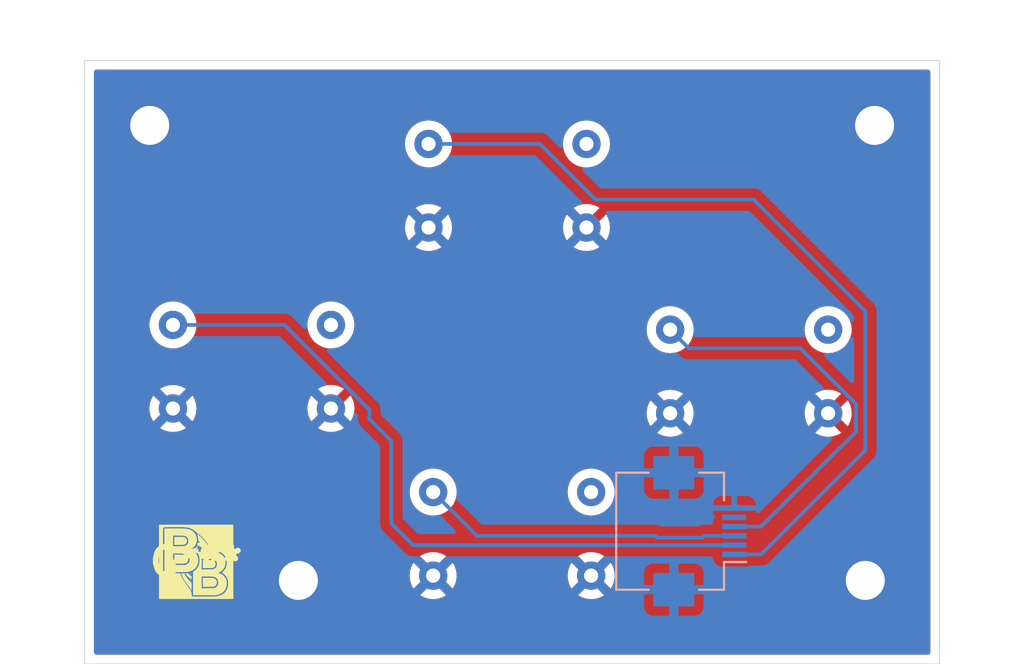
<source format=kicad_pcb>
(kicad_pcb (version 20240108) (generator "pcbnew") (generator_version "8.0")
  (layers (0 "F.Cu" signal) (31 "B.Cu" signal) (34 "B.Paste" user) (35 "F.Paste" user) (36 "B.SilkS" user "B.Silkscreen") (37 "F.SilkS" user "F.Silkscreen") (38 "B.Mask" user) (39 "F.Mask" user) (44 "Edge.Cuts" user))
  (net 0 "")
  (net 1 "GND")
  (net 2 "/A")
  (net 3 "/B")
  (net 4 "/X")
  (net 5 "/Y")
  (footprint "SophLibraryv2:SKEYAJA010" (layer "F.Cu") (at 122.25 72.244)
    (property "Reference" "J2" (hide yes))
    (property "Value" "SKEYAJA010")
    (pad "1" thru_hole circle (at -4.5 7.5) (size 1.524 1.524) (drill 0.762) (layers "*.Cu" "*.Mask") (net 3 "/B"))
    (pad "2" thru_hole circle (at 4 7.5) (size 1.524 1.524) (drill 0.762) (layers "*.Cu" "*.Mask") (net 3 "/B"))
    (pad "3" thru_hole circle (at -4.5 12) (size 1.524 1.524) (drill 0.762) (layers "*.Cu" "*.Mask") (net 1 "GND"))
    (pad "4" thru_hole circle (at 4 12) (size 1.524 1.524) (drill 0.762) (layers "*.Cu" "*.Mask") (net 1 "GND"))
  )
  (footprint "MountingHole:MountingHole_2.1mm" (layer "F.Cu") (at 155.5 69)
    (property "Reference" "REF**" (hide yes))
    (property "Value" "MountingHole_2.1mm")
    (pad "" np_thru_hole circle (at 0 0) (size 2.1 2.1) (drill 2.1) (layers "*.Cu" "*.Mask"))
  )
  (footprint "SophLibraryv2:SKEYAJA010" (layer "F.Cu") (at 136.25 81.244)
    (property "Reference" "J3" (hide yes))
    (property "Value" "SKEYAJA010")
    (pad "1" thru_hole circle (at -4.5 7.5) (size 1.524 1.524) (drill 0.762) (layers "*.Cu" "*.Mask") (net 4 "/X"))
    (pad "2" thru_hole circle (at 4 7.5) (size 1.524 1.524) (drill 0.762) (layers "*.Cu" "*.Mask") (net 4 "/X"))
    (pad "3" thru_hole circle (at -4.5 12) (size 1.524 1.524) (drill 0.762) (layers "*.Cu" "*.Mask") (net 1 "GND"))
    (pad "4" thru_hole circle (at 4 12) (size 1.524 1.524) (drill 0.762) (layers "*.Cu" "*.Mask") (net 1 "GND"))
  )
  (footprint "SophLibraryv2:SKEYAJA010" (layer "F.Cu") (at 149 72.5)
    (property "Reference" "J4" (hide yes))
    (property "Value" "SKEYAJA010")
    (pad "1" thru_hole circle (at -4.5 7.5) (size 1.524 1.524) (drill 0.762) (layers "*.Cu" "*.Mask") (net 5 "/Y"))
    (pad "2" thru_hole circle (at 4 7.5) (size 1.524 1.524) (drill 0.762) (layers "*.Cu" "*.Mask") (net 5 "/Y"))
    (pad "3" thru_hole circle (at -4.5 12) (size 1.524 1.524) (drill 0.762) (layers "*.Cu" "*.Mask") (net 1 "GND"))
    (pad "4" thru_hole circle (at 4 12) (size 1.524 1.524) (drill 0.762) (layers "*.Cu" "*.Mask") (net 1 "GND"))
  )
  (footprint "SophLibraryv2:bb" (layer "F.Cu") (at 119 92.5)
    (property "Reference" "G***" (at 0 0 0) (layer "F.SilkS") (effects (font (size 1.5 1.5) (thickness 0.3))))
    (property "Value" "LOGO" (hide yes))
    (fp_poly (pts (xy -0.33 0.655) (xy -0.335 0.66) (xy -0.34 0.655) (xy -0.335 0.65)) (fill solid) (layer "F.SilkS"))
    (fp_poly (pts (xy -0.27 1.035) (xy -0.275 1.04) (xy -0.28 1.035) (xy -0.275 1.03)) (fill solid) (layer "F.SilkS"))
    (fp_poly (pts (xy -0.25 1.015) (xy -0.255 1.02) (xy -0.26 1.015) (xy -0.255 1.01)) (fill solid) (layer "F.SilkS"))
    (fp_poly (pts (xy -0.25 1.045) (xy -0.255 1.05) (xy -0.26 1.045) (xy -0.255 1.04)) (fill solid) (layer "F.SilkS"))
    (fp_poly (pts (xy -0.24 0.565) (xy -0.245 0.57) (xy -0.25 0.565) (xy -0.245 0.56)) (fill solid) (layer "F.SilkS"))
    (fp_poly (pts (xy -0.01 -0.785) (xy -0.015 -0.78) (xy -0.02 -0.785) (xy -0.015 -0.79)) (fill solid) (layer "F.SilkS"))
    (fp_poly (pts (xy 0.11 -0.785) (xy 0.105 -0.78) (xy 0.1 -0.785) (xy 0.105 -0.79)) (fill solid) (layer "F.SilkS"))
    (fp_poly (pts (xy 0.15 -0.755) (xy 0.145 -0.75) (xy 0.14 -0.755) (xy 0.145 -0.76)) (fill solid) (layer "F.SilkS"))
    (fp_poly (pts (xy 0.3 -0.695) (xy 0.295 -0.69) (xy 0.29 -0.695) (xy 0.295 -0.7)) (fill solid) (layer "F.SilkS"))
    (fp_poly (pts (xy -0.343334 0.603333) (xy -0.344707 0.609278) (xy -0.35 0.61) (xy -0.358232 0.606341) (xy -0.356667 0.603333) (xy -0.3448 0.602136)) (fill solid) (layer "F.SilkS"))
    (fp_poly (pts (xy 0.106666 -1.086667) (xy 0.107863 -1.0748) (xy 0.106666 -1.073334) (xy 0.100721 -1.074707) (xy 0.1 -1.08) (xy 0.103658 -1.088232)) (fill solid) (layer "F.SilkS"))
    (fp_poly (pts (xy 0.176666 -0.736667) (xy 0.175293 -0.730722) (xy 0.17 -0.73) (xy 0.161768 -0.733659) (xy 0.163333 -0.736667) (xy 0.1752 -0.737864)) (fill solid) (layer "F.SilkS"))
    (fp_poly (pts (xy 0.206666 -0.766667) (xy 0.205293 -0.760722) (xy 0.2 -0.76) (xy 0.191768 -0.763659) (xy 0.193333 -0.766667) (xy 0.2052 -0.767864)) (fill solid) (layer "F.SilkS"))
    (fp_poly (pts (xy 0.277291 -0.686042) (xy 0.274309 -0.681497) (xy 0.264166 -0.68079) (xy 0.253496 -0.683232) (xy 0.258125 -0.686832) (xy 0.273753 -0.688024)) (fill solid) (layer "F.SilkS"))
    (fp_poly (pts (xy -0.421546 0.874045) (xy -0.41081 0.884114) (xy -0.413012 0.889902) (xy -0.41441 0.89) (xy -0.422868 0.882897) (xy -0.425955 0.878454) (xy -0.427134 0.871611)) (fill solid) (layer "F.SilkS"))
    (fp_poly (pts (xy -0.251467 0.697273) (xy -0.25 0.704409) (xy -0.253296 0.718858) (xy -0.261955 0.714526) (xy -0.264573 0.71069) (xy -0.263319 0.697847) (xy -0.260164 0.6951)) (fill solid) (layer "F.SilkS"))
    (fp_poly (pts (xy 0.146947 -0.714687) (xy 0.14124 -0.707334) (xy 0.132832 -0.701014) (xy 0.134931 -0.711035) (xy 0.135642 -0.712932) (xy 0.143564 -0.725177) (xy 0.148068 -0.725265)) (fill solid) (layer "F.SilkS"))
    (fp_poly (pts (xy -0.38 0.905) (xy -0.370461 0.913986) (xy -0.37 0.91559) (xy -0.377737 0.919885) (xy -0.38 0.92) (xy -0.389616 0.912312) (xy -0.39 0.909409) (xy -0.383874 0.903437)) (fill solid) (layer "F.SilkS"))
    (fp_poly (pts (xy -0.304394 0.965945) (xy -0.31 0.975) (xy -0.321834 0.987418) (xy -0.325911 0.99) (xy -0.32601 0.982429) (xy -0.323617 0.975) (xy -0.313125 0.961751) (xy -0.307706 0.96)) (fill solid) (layer "F.SilkS"))
    (fp_poly (pts (xy -0.273931 0.636245) (xy -0.285 0.65) (xy -0.300028 0.664789) (xy -0.3081 0.67) (xy -0.30607 0.663754) (xy -0.295 0.65) (xy -0.279973 0.63521) (xy -0.271901 0.63)) (fill solid) (layer "F.SilkS"))
    (fp_poly (pts (xy -0.255062 0.986108) (xy -0.265 1) (xy -0.281267 1.01489) (xy -0.291453 1.02) (xy -0.292139 1.013721) (xy -0.28268 1) (xy -0.266594 0.98495) (xy -0.256228 0.98)) (fill solid) (layer "F.SilkS"))
    (fp_poly (pts (xy 0.086862 -0.763541) (xy 0.085 -0.76) (xy 0.075577 -0.75045) (xy 0.073819 -0.75) (xy 0.073137 -0.75646) (xy 0.075 -0.76) (xy 0.084422 -0.769551) (xy 0.08618 -0.77)) (fill solid) (layer "F.SilkS"))
    (fp_poly (pts (xy 0.126861 -0.734746) (xy 0.121275 -0.7275) (xy 0.106679 -0.711954) (xy 0.100164 -0.712021) (xy 0.1 -0.713776) (xy 0.106833 -0.722123) (xy 0.1175 -0.731276) (xy 0.129344 -0.739925)) (fill solid) (layer "F.SilkS"))
    (fp_poly (pts (xy 0.166862 -0.703541) (xy 0.165 -0.7) (xy 0.155577 -0.69045) (xy 0.153819 -0.69) (xy 0.153137 -0.69646) (xy 0.155 -0.7) (xy 0.164422 -0.709551) (xy 0.16618 -0.71)) (fill solid) (layer "F.SilkS"))
    (fp_poly (pts (xy 0.215778 -0.692164) (xy 0.222004 -0.686089) (xy 0.210575 -0.683553) (xy 0.2 -0.683334) (xy 0.180602 -0.684629) (xy 0.179519 -0.689096) (xy 0.184221 -0.692164) (xy 0.20701 -0.695314)) (fill solid) (layer "F.SilkS"))
    (fp_poly (pts (xy 0.12547 -0.761926) (xy 0.100473 -0.735852) (xy 0.086874 -0.723155) (xy 0.082691 -0.722351) (xy 0.085938 -0.731954) (xy 0.08618 -0.7325) (xy 0.096907 -0.745945) (xy 0.117556 -0.765399) (xy 0.128366 -0.774426) (xy 0.165 -0.803852)) (fill solid) (layer "F.SilkS"))
    (fp_poly (pts (xy -0.25 0.644392) (xy -0.255624 0.656709) (xy -0.269233 0.676289) (xy -0.27 0.677271) (xy -0.28337 0.691736) (xy -0.289879 0.693806) (xy -0.29 0.692878) (xy -0.283991 0.678949) (xy -0.27 0.66) (xy -0.256257 0.646204) (xy -0.250033 0.644006)) (fill solid) (layer "F.SilkS"))
    (fp_poly (pts (xy 0.28594 -0.667433) (xy 0.287276 -0.667298) (xy 0.296739 -0.665444) (xy 0.288172 -0.664038) (xy 0.263543 -0.663324) (xy 0.255 -0.663282) (xy 0.225808 -0.663722) (xy 0.211366 -0.664963) (xy 0.214031 -0.666757) (xy 0.217276 -0.667218) (xy 0.250345 -0.668897)) (fill solid) (layer "F.SilkS"))
    (fp_poly (pts (xy -0.334681 0.936506) (xy -0.324806 0.944481) (xy -0.326662 0.949007) (xy -0.340475 0.962123) (xy -0.341075 0.962857) (xy -0.351219 0.962672) (xy -0.35999 0.955012) (xy -0.367375 0.944062) (xy -0.359189 0.944836) (xy -0.354774 0.94647) (xy -0.342355 0.948581) (xy -0.343879 0.941813) (xy -0.34422 0.934392)) (fill solid) (layer "F.SilkS"))
    (fp_poly (pts (xy 0.360252 -0.655006) (xy 0.365031 -0.649965) (xy 0.377609 -0.635118) (xy 0.375498 -0.631969) (xy 0.356873 -0.638579) (xy 0.355 -0.639319) (xy 0.331806 -0.643574) (xy 0.32 -0.642023) (xy 0.310106 -0.639352) (xy 0.313289 -0.643892) (xy 0.327425 -0.655) (xy 0.34 -0.655) (xy 0.345 -0.65) (xy 0.35 -0.655) (xy 0.345 -0.66) (xy 0.34 -0.655) (xy 0.327425 -0.655) (xy 0.330982 -0.657795) (xy 0.34563 -0.663958)) (fill solid) (layer "F.SilkS"))
    (fp_poly (pts (xy -0.290075 0.594976) (xy -0.266673 0.602403) (xy -0.290837 0.620979) (xy -0.313466 0.636263) (xy -0.326794 0.638498) (xy -0.33409 0.631473) (xy -0.333791 0.62717) (xy -0.329167 0.62717) (xy -0.32588 0.629864) (xy -0.322892 0.63) (xy -0.308958 0.622915) (xy -0.298725 0.6125) (xy -0.290204 0.600804) (xy -0.294928 0.602446) (xy -0.305 0.60967) (xy -0.321859 0.621954) (xy -0.329167 0.62717) (xy -0.333791 0.62717) (xy -0.333126 0.617592) (xy -0.326418 0.605247) (xy -0.309071 0.592815)) (fill solid) (layer "F.SilkS"))
    (fp_poly (pts (xy -0.376632 0.672668) (xy -0.343319 0.705029) (xy -0.309998 0.734802) (xy -0.28273 0.756632) (xy -0.277569 0.76022) (xy -0.240137 0.785) (xy -0.240069 0.8625) (xy -0.240333 0.898989) (xy -0.241096 0.926206) (xy -0.242205 0.939351) (xy -0.2425 0.939879) (xy -0.251815 0.935295) (xy -0.272961 0.923683) (xy -0.289778 0.914165) (xy -0.349303 0.874914) (xy -0.413703 0.82351) (xy -0.477337 0.764813) (xy -0.534568 0.703683) (xy -0.536111 0.701881) (xy -0.601757 0.625) (xy -0.520011 0.617447) (xy -0.438264 0.609895)) (fill solid) (layer "F.SilkS"))
    (fp_poly (pts (xy -0.011124 -0.709774) (xy 0.033282 -0.693654) (xy 0.078257 -0.675072) (xy 0.118727 -0.656353) (xy 0.149623 -0.63982) (xy 0.1645 -0.62929) (xy 0.159256 -0.62539) (xy 0.135786 -0.622494) (xy 0.095843 -0.620732) (xy 0.0445 -0.62023) (xy -0.010492 -0.620683) (xy -0.049774 -0.622191) (xy -0.077632 -0.625315) (xy -0.098349 -0.630621) (xy -0.116211 -0.638672) (xy -0.1225 -0.642196) (xy -0.145267 -0.656591) (xy -0.158354 -0.667194) (xy -0.159621 -0.669466) (xy -0.151894 -0.677847) (xy -0.132595 -0.693115) (xy -0.118245 -0.703385) (xy -0.077248 -0.73177)) (fill solid) (layer "F.SilkS"))
    (fp_poly (pts (xy 0.688345 0.86042) (xy 0.757554 0.861603) (xy 0.818843 0.863435) (xy 0.868917 0.8658) (xy 0.904485 0.868583) (xy 0.918523 0.870617) (xy 0.983389 0.893403) (xy 1.039354 0.930622) (xy 1.081987 0.979214) (xy 1.086623 0.986724) (xy 1.101852 1.015519) (xy 1.11043 1.041982) (xy 1.114123 1.073926) (xy 1.114739 1.111206) (xy 1.113562 1.15359) (xy 1.109136 1.183815) (xy 1.099589 1.209675) (xy 1.084739 1.236206) (xy 1.06069 1.26934) (xy 1.031601 1.294223) (xy 0.995 1.315) (xy 0.935 1.345) (xy 0.6475 1.348063) (xy 0.36 1.351126) (xy 0.36 1.105563) (xy 0.36 0.86) (xy 0.614507 0.86)) (fill solid) (layer "F.SilkS"))
    (fp_poly (pts (xy -0.93 -1.344791) (xy -0.85051 -1.344536) (xy -0.788168 -1.343807) (xy -0.740124 -1.342431) (xy -0.703529 -1.340233) (xy -0.675533 -1.33704) (xy -0.653286 -1.332678) (xy -0.633939 -1.326974) (xy -0.633126 -1.326695) (xy -0.577556 -1.298267) (xy -0.535389 -1.258059) (xy -0.506873 -1.209354) (xy -0.492253 -1.155436) (xy -0.491779 -1.09959) (xy -0.505697 -1.0451) (xy -0.534255 -0.99525) (xy -0.577701 -0.953324) (xy -0.603758 -0.937062) (xy -0.617121 -0.930421) (xy -0.63116 -0.925215) (xy -0.648474 -0.921234) (xy -0.671659 -0.918263) (xy -0.703314 -0.916091) (xy -0.746036 -0.914505) (xy -0.802425 -0.913291) (xy -0.875076 -0.912238) (xy -0.912698 -0.911773) (xy -1.180395 -0.908546) (xy -1.177698 -1.126773) (xy -1.175 -1.345)) (fill solid) (layer "F.SilkS"))
    (fp_poly (pts (xy 0.6175 -0.098269) (xy 0.697068 -0.097082) (xy 0.759342 -0.095781) (xy 0.807028 -0.094149) (xy 0.842831 -0.091969) (xy 0.869459 -0.089025) (xy 0.889615 -0.085101) (xy 0.906007 -0.07998) (xy 0.92 -0.074067) (xy 0.973353 -0.040073) (xy 1.012735 0.004175) (xy 1.038061 0.055432) (xy 1.049243 0.110449) (xy 1.046195 0.16598) (xy 1.02883 0.218775) (xy 0.997063 0.265588) (xy 0.950807 0.303171) (xy 0.93033 0.313936) (xy 0.91512 0.320327) (xy 0.898745 0.325337) (xy 0.878531 0.329176) (xy 0.851802 0.332057) (xy 0.815885 0.334191) (xy 0.768104 0.335789) (xy 0.705785 0.337062) (xy 0.626253 0.338223) (xy 0.6225 0.338272) (xy 0.36 0.341716) (xy 0.36 0.119987) (xy 0.36 -0.101741)) (fill solid) (layer "F.SilkS"))
    (fp_poly (pts (xy -0.9025 -0.387726) (xy -0.816633 -0.386327) (xy -0.748322 -0.384723) (xy -0.695124 -0.382757) (xy -0.654594 -0.380273) (xy -0.624289 -0.377112) (xy -0.601765 -0.373119) (xy -0.584578 -0.368136) (xy -0.58184 -0.367112) (xy -0.526306 -0.340188) (xy -0.484834 -0.306153) (xy -0.452539 -0.261847) (xy -0.437553 -0.233181) (xy -0.429203 -0.2062) (xy -0.425719 -0.173007) (xy -0.425232 -0.14) (xy -0.431384 -0.072022) (xy -0.450282 -0.017134) (xy -0.483296 0.028016) (xy -0.500036 0.043495) (xy -0.520514 0.059059) (xy -0.542607 0.071522) (xy -0.568718 0.081218) (xy -0.601247 0.08848) (xy -0.642598 0.093643) (xy -0.695172 0.097039) (xy -0.761373 0.099003) (xy -0.843601 0.099868) (xy -0.906816 0.1) (xy -1.18 0.1) (xy -1.18 -0.145825) (xy -1.18 -0.391649)) (fill solid) (layer "F.SilkS"))
    (fp_poly (pts (xy -0.735477 0.61992) (xy -0.721407 0.62) (xy -0.631467 0.62) (xy -0.606761 0.673964) (xy -0.564316 0.753075) (xy -0.507142 0.838584) (xy -0.437848 0.926924) (xy -0.359045 1.01453) (xy -0.352524 1.021281) (xy -0.239596 1.137574) (xy -0.242298 1.351287) (xy -0.245 1.565) (xy -0.278069 1.504047) (xy -0.294191 1.477428) (xy -0.320061 1.438389) (xy -0.353275 1.390391) (xy -0.391426 1.336899) (xy -0.43211 1.281375) (xy -0.4413 1.269047) (xy -0.506402 1.181336) (xy -0.560606 1.106586) (xy -0.605545 1.042174) (xy -0.642855 0.985473) (xy -0.674169 0.933859) (xy -0.701122 0.884708) (xy -0.725347 0.835394) (xy -0.748479 0.783294) (xy -0.758241 0.76) (xy -0.7809 0.705752) (xy -0.796145 0.667567) (xy -0.803243 0.642654) (xy -0.801459 0.628222) (xy -0.790059 0.621483) (xy -0.76831 0.619645)) (fill solid) (layer "F.SilkS"))
    (fp_poly (pts (xy 0.034771 -0.846042) (xy 0.056056 -0.83925) (xy 0.065873 -0.835745) (xy 0.086773 -0.826633) (xy 0.089955 -0.821414) (xy 0.085 -0.820552) (xy 0.071782 -0.818376) (xy 0.077056 -0.811691) (xy 0.08 -0.809667) (xy 0.087619 -0.80101) (xy 0.08237 -0.789714) (xy 0.066942 -0.77482) (xy 0.033187 -0.754337) (xy 0.000423 -0.751912) (xy -0.02 -0.761097) (xy -0.025786 -0.765746) (xy 0.011443 -0.765746) (xy 0.013801 -0.760529) (xy 0.019409 -0.76) (xy 0.03297 -0.767263) (xy 0.034929 -0.769886) (xy 0.033319 -0.775569) (xy 0.025519 -0.773816) (xy 0.011443 -0.765746) (xy -0.025786 -0.765746) (xy -0.029923 -0.76907) (xy -0.023207 -0.768336) (xy -0.02 -0.767394) (xy -0.003369 -0.770818) (xy 0.017464 -0.78513) (xy 0.02 -0.787534) (xy 0.035515 -0.803302) (xy 0.037008 -0.807385) (xy 0.024887 -0.801942) (xy 0.0225 -0.800732) (xy 0.005149 -0.793695) (xy 0.001223 -0.798698) (xy 0.009805 -0.817752) (xy 0.0125 -0.822636) (xy 0.022205 -0.840335) (xy 0.025873 -0.84754)) (fill solid) (layer "F.SilkS"))
    (fp_poly (pts (xy 0.045225 -1.519662) (xy 0.062034 -1.507186) (xy 0.089686 -1.484238) (xy 0.129982 -1.449865) (xy 0.155 -1.428465) (xy 0.251653 -1.341791) (xy 0.344542 -1.250668) (xy 0.431052 -1.158034) (xy 0.508571 -1.066829) (xy 0.574487 -0.979992) (xy 0.626185 -0.900462) (xy 0.629578 -0.894592) (xy 0.653852 -0.849536) (xy 0.679818 -0.797036) (xy 0.704843 -0.742855) (xy 0.726295 -0.69276) (xy 0.74154 -0.652514) (xy 0.744723 -0.6425) (xy 0.751347 -0.62) (xy 0.602755 -0.62) (xy 0.454164 -0.62) (xy 0.409582 -0.6657) (xy 0.341189 -0.727482) (xy 0.261671 -0.78581) (xy 0.179711 -0.83447) (xy 0.159903 -0.844374) (xy 0.123973 -0.86092) (xy 0.094245 -0.87338) (xy 0.075839 -0.879644) (xy 0.073372 -0.88) (xy 0.059928 -0.884303) (xy 0.055122 -0.898928) (xy 0.058902 -0.926455) (xy 0.071218 -0.969462) (xy 0.071562 -0.970532) (xy 0.08375 -1.007353) (xy 0.094102 -1.02821) (xy 0.107513 -1.03597) (xy 0.12888 -1.033501) (xy 0.162549 -1.023836) (xy 0.181124 -1.023427) (xy 0.187017 -1.035057) (xy 0.180667 -1.055669) (xy 0.162514 -1.082208) (xy 0.152582 -1.093242) (xy 0.133381 -1.114063) (xy 0.121177 -1.131696) (xy 0.113929 -1.15189) (xy 0.109593 -1.180399) (xy 0.106127 -1.222972) (xy 0.106032 -1.224285) (xy 0.091847 -1.340168) (xy 0.067194 -1.439448) (xy 0.050457 -1.483943) (xy 0.041876 -1.503808) (xy 0.036944 -1.517019) (xy 0.037461 -1.522622)) (fill solid) (layer "F.SilkS"))
    (fp_poly (pts (xy -1.1725 -1.799942) (xy -1.040044 -1.799802) (xy -0.92574 -1.799331) (xy -0.827744 -1.7984) (xy -0.744208 -1.796882) (xy -0.673288 -1.79465) (xy -0.613137 -1.791576) (xy -0.561909 -1.787534) (xy -0.517758 -1.782395) (xy -0.478838 -1.776032) (xy -0.443303 -1.768319) (xy -0.409308 -1.759127) (xy -0.375006 -1.74833) (xy -0.362302 -1.744051) (xy -0.258031 -1.699109) (xy -0.168379 -1.640845) (xy -0.093937 -1.570078) (xy -0.035293 -1.487622) (xy 0.006963 -1.394297) (xy 0.032242 -1.290917) (xy 0.04 -1.186448) (xy 0.030646 -1.083443) (xy 0.003393 -0.986767) (xy -0.040548 -0.898386) (xy -0.099963 -0.820262) (xy -0.173643 -0.754358) (xy -0.257886 -0.703825) (xy -0.293719 -0.686135) (xy -0.321538 -0.671462) (xy -0.337249 -0.662011) (xy -0.339287 -0.66) (xy -0.330873 -0.654411) (xy -0.308112 -0.64406) (xy -0.275477 -0.630944) (xy -0.266512 -0.627545) (xy -0.164219 -0.579811) (xy -0.076651 -0.518982) (xy -0.004263 -0.445528) (xy 0.052489 -0.359918) (xy 0.09315 -0.26262) (xy 0.095497 -0.255) (xy 0.105749 -0.205803) (xy 0.112018 -0.143962) (xy 0.114182 -0.076457) (xy 0.112119 -0.010269) (xy 0.105708 0.047623) (xy 0.101154 0.07) (xy 0.067438 0.174296) (xy 0.020771 0.264989) (xy -0.039709 0.342881) (xy -0.114863 0.408774) (xy -0.205551 0.46347) (xy -0.312634 0.507774) (xy -0.394414 0.532155) (xy -0.411786 0.536466) (xy -0.429314 0.540161) (xy -0.44867 0.543302) (xy -0.471526 0.545948) (xy -0.499553 0.548161) (xy -0.534424 0.549999) (xy -0.577811 0.551525) (xy -0.631385 0.552797) (xy -0.696818 0.553876) (xy -0.775782 0.554824) (xy -0.869949 0.555699) (xy -0.980991 0.556562) (xy -1.0925 0.55735) (xy -1.71 0.561606) (xy -1.71 -0.139182) (xy -1.24 -0.139182) (xy -1.24 0.171637) (xy -0.906465 0.168318) (xy -0.57293 0.165) (xy -0.503965 0.129918) (xy -0.445618 0.093144) (xy -0.403796 0.049035) (xy -0.375794 -0.006111) (xy -0.360469 -0.066522) (xy -0.353582 -0.152408) (xy -0.36372 -0.229849) (xy -0.39022 -0.297613) (xy -0.43242 -0.354469) (xy -0.489659 -0.399182) (xy -0.554907 -0.428494) (xy -0.57452 -0.434574) (xy -0.593874 -0.43939) (xy -0.615522 -0.443088) (xy -0.642017 -0.445815) (xy -0.675911 -0.447717) (xy -0.719758 -0.44894) (xy -0.77611 -0.449631) (xy -0.847521 -0.449935) (xy -0.93021 -0.45) (xy -1.24 -0.45) (xy -1.24 -0.139182) (xy -1.71 -0.139182) (xy -1.71 -0.619197) (xy -1.71 -1.41) (xy -1.24 -1.41) (xy -1.24 -1.124341) (xy -1.24 -0.838681) (xy -0.9375 -0.842056) (xy -0.851203 -0.843084) (xy -0.782381 -0.844155) (xy -0.728508 -0.845451) (xy -0.687061 -0.847158) (xy -0.655514 -0.84946) (xy -0.631342 -0.852541) (xy -0.612022 -0.856586) (xy -0.595027 -0.86178) (xy -0.577834 -0.868306) (xy -0.577742 -0.868343) (xy -0.521682 -0.899886) (xy -0.47589 -0.943776) (xy -0.444469 -0.995733) (xy -0.437789 -1.01447) (xy -0.431752 -1.045276) (xy -0.427403 -1.087011) (xy -0.425687 -1.130443) (xy -0.426977 -1.175129) (xy -0.432457 -1.209228) (xy -0.444165 -1.24204) (xy -0.455254 -1.265432) (xy -0.488457 -1.31717) (xy -0.531263 -1.35556) (xy -0.587492 -1.383579) (xy -0.620657 -1.394299) (xy -0.641871 -1.399191) (xy -0.668403 -1.403007) (xy -0.702742 -1.405863) (xy -0.747372 -1.407874) (xy -0.804782 -1.409157) (xy -0.877459 -1.409827) (xy -0.958157 -1.410001) (xy -1.24 -1.41) (xy -1.71 -1.41) (xy -1.71 -1.8)) (fill solid) (layer "F.SilkS"))
    (fp_poly (pts (xy 0.4729 -0.549987) (xy 0.588582 -0.549884) (xy 0.686459 -0.549496) (xy 0.768728 -0.548696) (xy 0.837583 -0.547357) (xy 0.895221 -0.54535) (xy 0.943836 -0.542547) (xy 0.985623 -0.538821) (xy 1.022779 -0.534044) (xy 1.057499 -0.528088) (xy 1.091978 -0.520825) (xy 1.128411 -0.512128) (xy 1.13 -0.511733) (xy 1.191215 -0.492054) (xy 1.257997 -0.463318) (xy 1.320957 -0.429747) (xy 1.342716 -0.416078) (xy 1.41683 -0.355411) (xy 1.477375 -0.282443) (xy 1.524073 -0.199821) (xy 1.556644 -0.11019) (xy 1.574809 -0.016196) (xy 1.578292 0.079517) (xy 1.566811 0.174303) (xy 1.540091 0.265515) (xy 1.49785 0.35051) (xy 1.439812 0.426642) (xy 1.432297 0.43452) (xy 1.39016 0.47303) (xy 1.341385 0.510356) (xy 1.291924 0.542419) (xy 1.247728 0.565139) (xy 1.234283 0.570236) (xy 1.211774 0.579344) (xy 1.200353 0.58725) (xy 1.2 0.58834) (xy 1.208617 0.595102) (xy 1.23037 0.604275) (xy 1.2425 0.608325) (xy 1.342692 0.649077) (xy 1.432823 0.706479) (xy 1.48457 0.750892) (xy 1.550227 0.822495) (xy 1.598536 0.897411) (xy 1.630833 0.97888) (xy 1.648451 1.070148) (xy 1.652876 1.16) (xy 1.644261 1.278737) (xy 1.619326 1.385928) (xy 1.578154 1.481471) (xy 1.520827 1.565263) (xy 1.447427 1.637204) (xy 1.358038 1.69719) (xy 1.252742 1.74512) (xy 1.155693 1.775074) (xy 1.057435 1.8) (xy 0.443717 1.8) (xy -0.17 1.8) (xy -0.17 1.165484) (xy -0.17 1.105827) (xy 0.3 1.105827) (xy 0.3 1.421655) (xy 0.6275 1.417725) (xy 0.719884 1.416492) (xy 0.794531 1.415155) (xy 0.853703 1.413586) (xy 0.899662 1.411656) (xy 0.934671 1.409235) (xy 0.960991 1.406195) (xy 0.980887 1.402407) (xy 0.996619 1.397741) (xy 1 1.396487) (xy 1.059143 1.368533) (xy 1.103323 1.334305) (xy 1.137478 1.289479) (xy 1.151142 1.264195) (xy 1.168433 1.225361) (xy 1.178197 1.191029) (xy 1.182612 1.151725) (xy 1.183576 1.1231) (xy 1.180492 1.049391) (xy 1.167336 0.989185) (xy 1.142731 0.937974) (xy 1.116487 0.903383) (xy 1.061323 0.855783) (xy 0.991194 0.821353) (xy 0.907828 0.800346) (xy 0.88085 0.797601) (xy 0.837288 0.79513) (xy 0.780557 0.793037) (xy 0.714071 0.791427) (xy 0.641246 0.790406) (xy 0.5725 0.790075) (xy 0.3 0.79) (xy 0.3 1.105827) (xy -0.17 1.105827) (xy -0.17 0.530968) (xy -0.1025 0.487018) (xy -0.017654 0.421273) (xy -0.009152 0.411781) (xy 0.29969 0.411781) (xy 0.597345 0.407707) (xy 0.685674 0.406345) (xy 0.756392 0.404842) (xy 0.81189 0.40305) (xy 0.854556 0.400818) (xy 0.886781 0.398001) (xy 0.910953 0.394448) (xy 0.929463 0.390011) (xy 0.94 0.386427) (xy 1.006149 0.354319) (xy 1.055277 0.314072) (xy 1.088746 0.263637) (xy 1.10792 0.200969) (xy 1.11416 0.125) (xy 1.10772 0.046957) (xy 1.087075 -0.017533) (xy 1.051349 -0.069832) (xy 0.999664 -0.111299) (xy 0.944366 -0.13833) (xy 0.928019 -0.144143) (xy 0.910166 -0.148774) (xy 0.888286 -0.152392) (xy 0.859856 -0.155168) (xy 0.822356 -0.157272) (xy 0.773265 -0.158875) (xy 0.710059 -0.160145) (xy 0.630219 -0.161254) (xy 0.599366 -0.161619) (xy 0.305 -0.165) (xy 0.302345 0.12339) (xy 0.29969 0.411781) (xy -0.009152 0.411781) (xy 0.051432 0.344138) (xy 0.106821 0.253294) (xy 0.108539 0.249833) (xy 0.142398 0.170544) (xy 0.164603 0.09127) (xy 0.176541 0.005588) (xy 0.179652 -0.08) (xy 0.174472 -0.187932) (xy 0.158194 -0.28224) (xy 0.129715 -0.366625) (xy 0.087931 -0.444789) (xy 0.058099 -0.4875) (xy 0.010801 -0.550001)) (fill solid) (layer "F.SilkS"))
    (fp_poly (pts (xy 2 0) (xy 2 2) (xy 0 2) (xy -2 2) (xy -2 0) (xy -2 -0.878098) (xy -1.780465 -0.878098) (xy -1.780381 -0.744983) (xy -1.780192 -0.610406) (xy -1.779901 -0.475894) (xy -1.77951 -0.342974) (xy -1.779023 -0.213174) (xy -1.778442 -0.088021) (xy -1.77777 0.030959) (xy -1.777009 0.142237) (xy -1.776163 0.244287) (xy -1.775234 0.335582) (xy -1.774225 0.414594) (xy -1.773138 0.479796) (xy -1.771977 0.529661) (xy -1.770745 0.562662) (xy -1.769443 0.577272) (xy -1.769371 0.577505) (xy -1.75474 0.601863) (xy -1.736871 0.613861) (xy -1.722486 0.615102) (xy -1.690275 0.61626) (xy -1.642413 0.617306) (xy -1.581074 0.618212) (xy -1.508433 0.618948) (xy -1.426663 0.619486) (xy -1.33794 0.619797) (xy -1.282187 0.619863) (xy -1.177572 0.61994) (xy -1.091192 0.620145) (xy -1.021279 0.620551) (xy -0.966067 0.621227) (xy -0.92379 0.622246) (xy -0.892681 0.623677) (xy -0.870976 0.625591) (xy -0.856907 0.628061) (xy -0.848707 0.631157) (xy -0.844612 0.634949) (xy -0.84342 0.6375) (xy -0.820801 0.701528) (xy -0.797733 0.760899) (xy -0.772951 0.817763) (xy -0.745188 0.874267) (xy -0.713179 0.932561) (xy -0.675658 0.994793) (xy -0.631358 1.063112) (xy -0.579015 1.139667) (xy -0.517363 1.226606) (xy -0.445135 1.326079) (xy -0.407932 1.376743) (xy -0.372203 1.427235) (xy -0.336925 1.480517) (xy -0.305871 1.530678) (xy -0.282814 1.571808) (xy -0.280432 1.576522) (xy -0.260559 1.618263) (xy -0.2485 1.650001) (xy -0.242344 1.679213) (xy -0.240182 1.713371) (xy -0.24 1.734679) (xy -0.238074 1.786455) (xy -0.231487 1.822054) (xy -0.219023 1.845001) (xy -0.199469 1.858821) (xy -0.196847 1.85993) (xy -0.182008 1.861905) (xy -0.149309 1.863645) (xy -0.100886 1.865149) (xy -0.038877 1.866419) (xy 0.034579 1.867455) (xy 0.117345 1.868257) (xy 0.207284 1.868825) (xy 0.302257 1.869161) (xy 0.400128 1.869265) (xy 0.498758 1.869137) (xy 0.59601 1.868778) (xy 0.689745 1.868188) (xy 0.777827 1.867368) (xy 0.858118 1.866318) (xy 0.92848 1.865039) (xy 0.986774 1.863531) (xy 1.030865 1.861795) (xy 1.058613 1.859831) (xy 1.060262 1.859639) (xy 1.192383 1.835718) (xy 1.310637 1.798092) (xy 1.414709 1.747002) (xy 1.504283 1.68269) (xy 1.579043 1.605397) (xy 1.638675 1.515366) (xy 1.682864 1.412838) (xy 1.694764 1.373525) (xy 1.708155 1.305944) (xy 1.715934 1.22686) (xy 1.717866 1.144035) (xy 1.713716 1.065228) (xy 1.705763 1.009804) (xy 1.675674 0.906365) (xy 1.629315 0.811787) (xy 1.568182 0.728246) (xy 1.493772 0.657919) (xy 1.4375 0.619434) (xy 1.408452 0.601431) (xy 1.38778 0.587143) (xy 1.38 0.57972) (xy 1.3871 0.570996) (xy 1.405754 0.553404) (xy 1.431988 0.530682) (xy 1.433118 0.529736) (xy 1.505732 0.458995) (xy 1.561868 0.380747) (xy 1.603702 0.291497) (xy 1.62578 0.220057) (xy 1.634212 0.170645) (xy 1.638557 0.108658) (xy 1.639014 0.039945) (xy 1.635784 -0.029645) (xy 1.629065 -0.094263) (xy 1.619056 -0.148061) (xy 1.612472 -0.170225) (xy 1.58135 -0.24651) (xy 1.546341 -0.309544) (xy 1.503245 -0.366073) (xy 1.466187 -0.40522) (xy 1.38924 -0.46973) (xy 1.301089 -0.521897) (xy 1.200132 -0.562375) (xy 1.08477 -0.591822) (xy 0.967894 -0.609369) (xy 0.920171 -0.614096) (xy 0.874701 -0.617743) (xy 0.83867 -0.619765) (xy 0.827468 -0.62) (xy 0.801441 -0.620859) (xy 0.787101 -0.62679) (xy 0.778513 -0.64283) (xy 0.771482 -0.6675) (xy 0.746485 -0.740067) (xy 0.708354 -0.822216) (xy 0.659088 -0.910456) (xy 0.600689 -1.001298) (xy 0.535157 -1.091249) (xy 0.511477 -1.12117) (xy 0.441796 -1.201748) (xy 0.358939 -1.288275) (xy 0.267099 -1.376789) (xy 0.170474 -1.463331) (xy 0.073258 -1.543939) (xy 0.02 -1.585104) (xy -0.01938 -1.615573) (xy -0.06023 -1.648612) (xy -0.093731 -1.677088) (xy -0.093835 -1.67718) (xy -0.139654 -1.711437) (xy -0.199163 -1.746686) (xy -0.266439 -1.780009) (xy -0.335556 -1.808487) (xy -0.400592 -1.829202) (xy -0.404343 -1.830162) (xy -0.446533 -1.839444) (xy -0.494564 -1.847309) (xy -0.550048 -1.853829) (xy -0.6146 -1.859077) (xy -0.689834 -1.863126) (xy -0.777363 -1.86605) (xy -0.878802 -1.867921) (xy -0.995763 -1.868813) (xy -1.129861 -1.868798) (xy -1.245 -1.86822) (xy -1.365405 -1.867264) (xy -1.466966 -1.866119) (xy -1.550837 -1.86475) (xy -1.618176 -1.86312) (xy -1.670137 -1.861196) (xy -1.707875 -1.858941) (xy -1.732546 -1.85632) (xy -1.745306 -1.853297) (xy -1.746179 -1.852856) (xy -1.763168 -1.834717) (xy -1.773679 -1.809106) (xy -1.774931 -1.792865) (xy -1.776048 -1.758364) (xy -1.777031 -1.707129) (xy -1.777886 -1.640688) (xy -1.778613 -1.560567) (xy -1.779216 -1.468294) (xy -1.779698 -1.365396) (xy -1.780061 -1.253401) (xy -1.780308 -1.133834) (xy -1.780442 -1.008224) (xy -1.780465 -0.878098) (xy -2 -0.878098) (xy -2 -2) (xy 0 -2) (xy 2 -2)) (fill solid) (layer "F.SilkS"))
  )
  (footprint "MountingHole:MountingHole_2.1mm" (layer "F.Cu") (at 124.5 93.5)
    (property "Reference" "REF**" (hide yes))
    (property "Value" "MountingHole_2.1mm")
    (pad "" np_thru_hole circle (at 0 0) (size 2.1 2.1) (drill 2.1) (layers "*.Cu" "*.Mask"))
  )
  (footprint "MountingHole:MountingHole_2.1mm" (layer "F.Cu") (at 155 93.5)
    (property "Reference" "REF**" (hide yes))
    (property "Value" "MountingHole_2.1mm")
    (pad "" np_thru_hole circle (at 0 0) (size 2.1 2.1) (drill 2.1) (layers "*.Cu" "*.Mask"))
  )
  (footprint "SophLibraryv2:SKEYAJA010" (layer "F.Cu") (at 136 62.5)
    (property "Reference" "J1" (hide yes))
    (property "Value" "SKEYAJA010" (hide yes))
    (pad "1" thru_hole circle (at -4.5 7.5) (size 1.524 1.524) (drill 0.762) (layers "*.Cu" "*.Mask") (net 2 "/A"))
    (pad "2" thru_hole circle (at 4 7.5) (size 1.524 1.524) (drill 0.762) (layers "*.Cu" "*.Mask") (net 2 "/A"))
    (pad "3" thru_hole circle (at -4.5 12) (size 1.524 1.524) (drill 0.762) (layers "*.Cu" "*.Mask") (net 1 "GND"))
    (pad "4" thru_hole circle (at 4 12) (size 1.524 1.524) (drill 0.762) (layers "*.Cu" "*.Mask") (net 1 "GND"))
  )
  (footprint "MountingHole:MountingHole_2.1mm" (layer "F.Cu") (at 116.5 69)
    (property "Reference" "REF**" (hide yes))
    (property "Value" "MountingHole_2.1mm")
    (pad "" np_thru_hole circle (at 0 0) (size 2.1 2.1) (drill 2.1) (layers "*.Cu" "*.Mask"))
  )
  (footprint "Connector_FFC-FPC:Hirose_FH12-6S-0.5SH_1x06-1MP_P0.50mm_Horizontal" (layer "B.Cu") (at 146.1 90.85 90)
    (property "Reference" "J5" (hide yes))
    (property "Value" "Conn_01x06_Pin")
    (fp_line (start 3.15 -4.5) (end -3.15 -4.5) (stroke (width 0.12)) (layer "B.SilkS"))
    (fp_line (start -3.15 -4.5) (end -3.15 -2.76) (stroke (width 0.12)) (layer "B.SilkS"))
    (fp_line (start 3.15 -2.76) (end 3.15 -4.5) (stroke (width 0.12)) (layer "B.SilkS"))
    (fp_line (start 3.15 -0.04) (end 3.15 1.3) (stroke (width 0.12)) (layer "B.SilkS"))
    (fp_line (start -3.15 -0.04) (end -3.15 1.3) (stroke (width 0.12)) (layer "B.SilkS"))
    (fp_line (start 3.15 1.3) (end 1.66 1.3) (stroke (width 0.12)) (layer "B.SilkS"))
    (fp_line (start -3.15 1.3) (end -1.66 1.3) (stroke (width 0.12)) (layer "B.SilkS"))
    (fp_line (start -1.66 2.5) (end -1.66 1.3) (stroke (width 0.12)) (layer "B.SilkS"))
    (pad "1" smd rect (at -1.25 1.85 90) (size 0.3 1.3) (layers "B.Cu" "B.Paste" "B.Mask") (net 2 "/A"))
    (pad "2" smd rect (at -0.75 1.85 90) (size 0.3 1.3) (layers "B.Cu" "B.Paste" "B.Mask") (net 3 "/B"))
    (pad "3" smd rect (at -0.25 1.85 90) (size 0.3 1.3) (layers "B.Cu" "B.Paste" "B.Mask") (net 4 "/X"))
    (pad "4" smd rect (at 0.25 1.85 90) (size 0.3 1.3) (layers "B.Cu" "B.Paste" "B.Mask") (net 5 "/Y"))
    (pad "5" smd rect (at 0.75 1.85 90) (size 0.3 1.3) (layers "B.Cu" "B.Paste" "B.Mask") (net 1 "GND"))
    (pad "6" smd rect (at 1.25 1.85 90) (size 0.3 1.3) (layers "B.Cu" "B.Paste" "B.Mask") (net 1 "GND"))
    (pad "MP" smd rect (at -3.15 -1.4 90) (size 1.8 2.2) (layers "B.Cu" "B.Paste" "B.Mask") (net 1 "GND"))
    (pad "MP" smd rect (at 3.15 -1.4 90) (size 1.8 2.2) (layers "B.Cu" "B.Paste" "B.Mask") (net 1 "GND"))
  )
  (gr_line (start 159 67) (end 159 65.5) (stroke (width 0.05)) (layer "Edge.Cuts"))
  (gr_line (start 113 66.5) (end 113 65.5) (stroke (width 0.05)) (layer "Edge.Cuts"))
  (gr_line (start 113 66.5) (end 113 98) (stroke (width 0.05)) (layer "Edge.Cuts"))
  (gr_line (start 159 98) (end 159 67) (stroke (width 0.05)) (layer "Edge.Cuts"))
  (gr_line (start 113 65.5) (end 159 65.5) (stroke (width 0.05)) (layer "Edge.Cuts"))
  (gr_line (start 113 98) (end 159 98) (stroke (width 0.05)) (layer "Edge.Cuts"))
  (segment (start 155 86.5) (end 155 79) (width 0.2) (layer "B.Cu") (net 2))
  (segment (start 150.5 91) (end 155 86.5) (width 0.2) (layer "B.Cu") (net 2))
  (segment (start 149.4 92.1) (end 147.95 92.1) (width 0.2) (layer "B.Cu") (net 2))
  (segment (start 137.5 70) (end 131.5 70) (width 0.2) (layer "B.Cu") (net 2))
  (segment (start 155 79) (end 149 73) (width 0.2) (layer "B.Cu") (net 2))
  (segment (start 150.5 91) (end 149.4 92.1) (width 0.2) (layer "B.Cu") (net 2))
  (segment (start 149 73) (end 140.5 73) (width 0.2) (layer "B.Cu") (net 2))
  (segment (start 140.5 73) (end 137.5 70) (width 0.2) (layer "B.Cu") (net 2))
  (segment (start 128.315947 84.315947) (end 128.315947 84.808053) (width 0.2) (layer "B.Cu") (net 3))
  (segment (start 129.5 90.428314) (end 130.671686 91.6) (width 0.2) (layer "B.Cu") (net 3))
  (segment (start 117.75 79.744) (end 123.744 79.744) (width 0.2) (layer "B.Cu") (net 3))
  (segment (start 128.315947 84.808053) (end 129.5 85.992106) (width 0.2) (layer "B.Cu") (net 3))
  (segment (start 123.744 79.744) (end 128.315947 84.315947) (width 0.2) (layer "B.Cu") (net 3))
  (segment (start 129.5 85.992106) (end 129.5 90.428314) (width 0.2) (layer "B.Cu") (net 3))
  (segment (start 130.671686 91.6) (end 147.95 91.6) (width 0.2) (layer "B.Cu") (net 3))
  (segment (start 134.106 91.1) (end 143.702788 91.1) (width 0.2) (layer "B.Cu") (net 4))
  (segment (start 143.802788 91.2) (end 146.234314 91.2) (width 0.2) (layer "B.Cu") (net 4))
  (segment (start 131.75 88.744) (end 134.106 91.1) (width 0.2) (layer "B.Cu") (net 4))
  (segment (start 146.334314 91.1) (end 147.95 91.1) (width 0.2) (layer "B.Cu") (net 4))
  (segment (start 143.702788 91.1) (end 143.802788 91.2) (width 0.2) (layer "B.Cu") (net 4))
  (segment (start 146.234314 91.2) (end 146.334314 91.1) (width 0.2) (layer "B.Cu") (net 4))
  (segment (start 151.5 81) (end 145.5 81) (width 0.2) (layer "B.Cu") (net 5))
  (segment (start 149.5 90.5) (end 154.5 85.5) (width 0.2) (layer "B.Cu") (net 5))
  (segment (start 149.4 90.6) (end 147.95 90.6) (width 0.2) (layer "B.Cu") (net 5))
  (segment (start 145.5 81) (end 144.5 80) (width 0.2) (layer "B.Cu") (net 5))
  (segment (start 154.5 85.5) (end 154.5 84) (width 0.2) (layer "B.Cu") (net 5))
  (segment (start 149.5 90.5) (end 149.4 90.6) (width 0.2) (layer "B.Cu") (net 5))
  (segment (start 154.5 84) (end 151.5 81) (width 0.2) (layer "B.Cu") (net 5))
  (zone (net 1) (net_name "GND") (layers "F&B.Cu") (priority 1) (connect_pads (clearance 0.5)) (min_thickness 0.25) (fill yes (thermal_gap 0.5) (thermal_bridge_width 0.5) (island_removal_mode 1) (island_area_min 10))
    (polygon (pts (xy 113 65.5) (xy 113 98) (xy 159 98) (xy 159 65.5)))
  )
)
</source>
